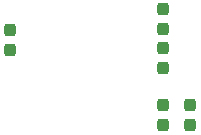
<source format=gbr>
G04 #@! TF.GenerationSoftware,KiCad,Pcbnew,7.0.6*
G04 #@! TF.CreationDate,2023-08-06T21:35:15+02:00*
G04 #@! TF.ProjectId,AD9744_Test,41443937-3434-45f5-9465-73742e6b6963,rev?*
G04 #@! TF.SameCoordinates,Original*
G04 #@! TF.FileFunction,Paste,Bot*
G04 #@! TF.FilePolarity,Positive*
%FSLAX46Y46*%
G04 Gerber Fmt 4.6, Leading zero omitted, Abs format (unit mm)*
G04 Created by KiCad (PCBNEW 7.0.6) date 2023-08-06 21:35:15*
%MOMM*%
%LPD*%
G01*
G04 APERTURE LIST*
G04 Aperture macros list*
%AMRoundRect*
0 Rectangle with rounded corners*
0 $1 Rounding radius*
0 $2 $3 $4 $5 $6 $7 $8 $9 X,Y pos of 4 corners*
0 Add a 4 corners polygon primitive as box body*
4,1,4,$2,$3,$4,$5,$6,$7,$8,$9,$2,$3,0*
0 Add four circle primitives for the rounded corners*
1,1,$1+$1,$2,$3*
1,1,$1+$1,$4,$5*
1,1,$1+$1,$6,$7*
1,1,$1+$1,$8,$9*
0 Add four rect primitives between the rounded corners*
20,1,$1+$1,$2,$3,$4,$5,0*
20,1,$1+$1,$4,$5,$6,$7,0*
20,1,$1+$1,$6,$7,$8,$9,0*
20,1,$1+$1,$8,$9,$2,$3,0*%
G04 Aperture macros list end*
%ADD10RoundRect,0.237500X0.237500X-0.300000X0.237500X0.300000X-0.237500X0.300000X-0.237500X-0.300000X0*%
%ADD11RoundRect,0.237500X-0.237500X0.300000X-0.237500X-0.300000X0.237500X-0.300000X0.237500X0.300000X0*%
G04 APERTURE END LIST*
D10*
G04 #@! TO.C,C5*
X132183500Y-98525500D03*
X132183500Y-96800500D03*
G04 #@! TD*
D11*
G04 #@! TO.C,C7*
X132183500Y-93498500D03*
X132183500Y-95223500D03*
G04 #@! TD*
D10*
G04 #@! TO.C,C8*
X119229500Y-97001500D03*
X119229500Y-95276500D03*
G04 #@! TD*
D11*
G04 #@! TO.C,C2*
X132183500Y-101626500D03*
X132183500Y-103351500D03*
G04 #@! TD*
G04 #@! TO.C,C1*
X134469500Y-101626500D03*
X134469500Y-103351500D03*
G04 #@! TD*
M02*

</source>
